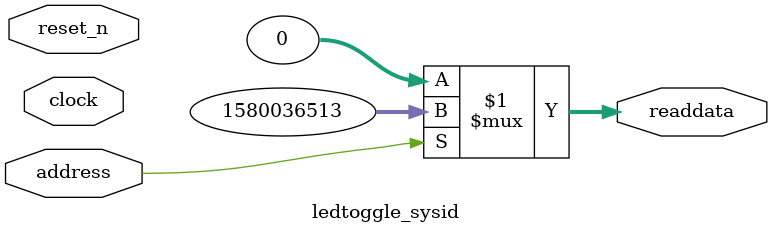
<source format=v>



// synthesis translate_off
`timescale 1ns / 1ps
// synthesis translate_on

// turn off superfluous verilog processor warnings 
// altera message_level Level1 
// altera message_off 10034 10035 10036 10037 10230 10240 10030 

module ledtoggle_sysid (
               // inputs:
                address,
                clock,
                reset_n,

               // outputs:
                readdata
             )
;

  output  [ 31: 0] readdata;
  input            address;
  input            clock;
  input            reset_n;

  wire    [ 31: 0] readdata;
  //control_slave, which is an e_avalon_slave
  assign readdata = address ? 1580036513 : 0;

endmodule



</source>
